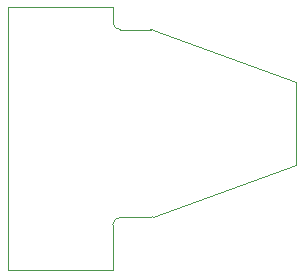
<source format=gbr>
%TF.GenerationSoftware,KiCad,Pcbnew,9.0.2*%
%TF.CreationDate,2025-09-26T11:25:47-10:00*%
%TF.ProjectId,auren-probe,61757265-6e2d-4707-926f-62652e6b6963,v2*%
%TF.SameCoordinates,Original*%
%TF.FileFunction,Profile,NP*%
%FSLAX46Y46*%
G04 Gerber Fmt 4.6, Leading zero omitted, Abs format (unit mm)*
G04 Created by KiCad (PCBNEW 9.0.2) date 2025-09-26 11:25:47*
%MOMM*%
%LPD*%
G01*
G04 APERTURE LIST*
%TA.AperFunction,Profile*%
%ADD10C,0.101600*%
%TD*%
G04 APERTURE END LIST*
D10*
X96384400Y-62940006D02*
G75*
G02*
X97019398Y-62305000I635000J6D01*
G01*
X111929200Y-50859994D02*
X99791401Y-46453117D01*
X96384400Y-45779995D02*
X96384400Y-44509994D01*
X97019400Y-46414994D02*
G75*
G02*
X96384406Y-45779995I0J634994D01*
G01*
X99574693Y-46414994D02*
G75*
G02*
X99791400Y-46453120I7J-634906D01*
G01*
X87494400Y-66750006D02*
X96384400Y-66750006D01*
X87494400Y-66750006D02*
X87494400Y-44509994D01*
X99791401Y-62266883D02*
G75*
G02*
X99574693Y-62304997I-216701J596983D01*
G01*
X99574693Y-46414994D02*
X97019400Y-46414994D01*
X96384400Y-44509994D02*
X87494400Y-44509994D01*
X111929200Y-57860006D02*
X111929200Y-50859994D01*
X97019398Y-62305006D02*
X99574693Y-62305006D01*
X99791401Y-62266883D02*
X111929200Y-57860006D01*
X96384400Y-66750006D02*
X96384400Y-62940004D01*
M02*

</source>
